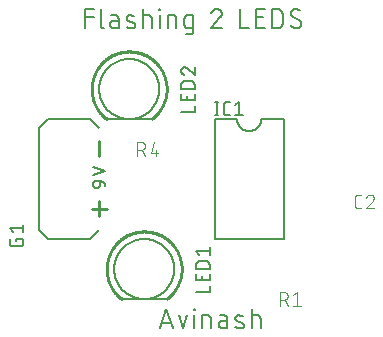
<source format=gbr>
G04 EAGLE Gerber RS-274X export*
G75*
%MOMM*%
%FSLAX34Y34*%
%LPD*%
%INSilkscreen Top*%
%IPPOS*%
%AMOC8*
5,1,8,0,0,1.08239X$1,22.5*%
G01*
%ADD10C,0.152400*%
%ADD11C,0.101600*%
%ADD12C,0.254000*%
%ADD13C,0.203200*%
%ADD14C,0.127000*%


D10*
X153162Y343662D02*
X153162Y359918D01*
X160387Y359918D01*
X160387Y352693D02*
X153162Y352693D01*
X166256Y346371D02*
X166256Y359918D01*
X166256Y346371D02*
X166258Y346270D01*
X166264Y346169D01*
X166273Y346068D01*
X166286Y345967D01*
X166303Y345867D01*
X166324Y345768D01*
X166348Y345670D01*
X166376Y345573D01*
X166408Y345476D01*
X166443Y345381D01*
X166482Y345288D01*
X166524Y345196D01*
X166570Y345105D01*
X166619Y345017D01*
X166671Y344930D01*
X166727Y344845D01*
X166785Y344762D01*
X166847Y344682D01*
X166912Y344604D01*
X166979Y344528D01*
X167049Y344455D01*
X167122Y344385D01*
X167198Y344318D01*
X167276Y344253D01*
X167356Y344191D01*
X167439Y344133D01*
X167524Y344077D01*
X167611Y344025D01*
X167699Y343976D01*
X167790Y343930D01*
X167882Y343888D01*
X167975Y343849D01*
X168070Y343814D01*
X168167Y343782D01*
X168264Y343754D01*
X168362Y343730D01*
X168461Y343709D01*
X168561Y343692D01*
X168662Y343679D01*
X168763Y343670D01*
X168864Y343664D01*
X168965Y343662D01*
X177444Y349984D02*
X181508Y349984D01*
X177444Y349984D02*
X177332Y349982D01*
X177221Y349976D01*
X177110Y349966D01*
X176999Y349953D01*
X176889Y349935D01*
X176780Y349913D01*
X176671Y349888D01*
X176563Y349859D01*
X176457Y349826D01*
X176351Y349789D01*
X176247Y349749D01*
X176145Y349705D01*
X176044Y349657D01*
X175945Y349606D01*
X175847Y349551D01*
X175752Y349493D01*
X175659Y349432D01*
X175568Y349367D01*
X175479Y349299D01*
X175393Y349228D01*
X175310Y349155D01*
X175229Y349078D01*
X175150Y348998D01*
X175075Y348916D01*
X175003Y348831D01*
X174933Y348744D01*
X174867Y348654D01*
X174804Y348562D01*
X174744Y348467D01*
X174688Y348371D01*
X174635Y348273D01*
X174586Y348173D01*
X174540Y348071D01*
X174498Y347968D01*
X174459Y347863D01*
X174424Y347757D01*
X174393Y347650D01*
X174366Y347542D01*
X174342Y347433D01*
X174323Y347323D01*
X174307Y347213D01*
X174295Y347102D01*
X174287Y346990D01*
X174283Y346879D01*
X174283Y346767D01*
X174287Y346656D01*
X174295Y346544D01*
X174307Y346433D01*
X174323Y346323D01*
X174342Y346213D01*
X174366Y346104D01*
X174393Y345996D01*
X174424Y345889D01*
X174459Y345783D01*
X174498Y345678D01*
X174540Y345575D01*
X174586Y345473D01*
X174635Y345373D01*
X174688Y345275D01*
X174744Y345179D01*
X174804Y345084D01*
X174867Y344992D01*
X174933Y344902D01*
X175003Y344815D01*
X175075Y344730D01*
X175150Y344648D01*
X175229Y344568D01*
X175310Y344491D01*
X175393Y344418D01*
X175479Y344347D01*
X175568Y344279D01*
X175659Y344214D01*
X175752Y344153D01*
X175847Y344095D01*
X175945Y344040D01*
X176044Y343989D01*
X176145Y343941D01*
X176247Y343897D01*
X176351Y343857D01*
X176457Y343820D01*
X176563Y343787D01*
X176671Y343758D01*
X176780Y343733D01*
X176889Y343711D01*
X176999Y343693D01*
X177110Y343680D01*
X177221Y343670D01*
X177332Y343664D01*
X177444Y343662D01*
X181508Y343662D01*
X181508Y351790D01*
X181507Y351790D02*
X181505Y351891D01*
X181499Y351992D01*
X181490Y352093D01*
X181477Y352194D01*
X181460Y352294D01*
X181439Y352393D01*
X181415Y352491D01*
X181387Y352588D01*
X181355Y352685D01*
X181320Y352780D01*
X181281Y352873D01*
X181239Y352965D01*
X181193Y353056D01*
X181144Y353145D01*
X181092Y353231D01*
X181036Y353316D01*
X180978Y353399D01*
X180916Y353479D01*
X180851Y353557D01*
X180784Y353633D01*
X180714Y353706D01*
X180641Y353776D01*
X180565Y353843D01*
X180487Y353908D01*
X180407Y353970D01*
X180324Y354028D01*
X180239Y354084D01*
X180153Y354136D01*
X180064Y354185D01*
X179973Y354231D01*
X179881Y354273D01*
X179788Y354312D01*
X179693Y354347D01*
X179596Y354379D01*
X179499Y354407D01*
X179401Y354431D01*
X179302Y354452D01*
X179202Y354469D01*
X179101Y354482D01*
X179000Y354491D01*
X178899Y354497D01*
X178798Y354499D01*
X175186Y354499D01*
X189779Y349984D02*
X194294Y348178D01*
X189778Y349984D02*
X189690Y350021D01*
X189604Y350062D01*
X189519Y350106D01*
X189436Y350154D01*
X189356Y350205D01*
X189277Y350259D01*
X189201Y350317D01*
X189127Y350377D01*
X189055Y350441D01*
X188987Y350507D01*
X188921Y350577D01*
X188858Y350648D01*
X188797Y350723D01*
X188740Y350799D01*
X188687Y350878D01*
X188636Y350959D01*
X188589Y351042D01*
X188545Y351127D01*
X188505Y351214D01*
X188468Y351302D01*
X188435Y351392D01*
X188405Y351483D01*
X188380Y351575D01*
X188358Y351668D01*
X188340Y351762D01*
X188325Y351856D01*
X188315Y351951D01*
X188309Y352047D01*
X188306Y352142D01*
X188307Y352238D01*
X188313Y352333D01*
X188322Y352429D01*
X188335Y352523D01*
X188351Y352617D01*
X188372Y352711D01*
X188397Y352803D01*
X188425Y352894D01*
X188457Y352984D01*
X188492Y353073D01*
X188531Y353160D01*
X188574Y353246D01*
X188620Y353330D01*
X188670Y353411D01*
X188722Y353491D01*
X188778Y353569D01*
X188838Y353644D01*
X188900Y353716D01*
X188965Y353786D01*
X189033Y353854D01*
X189103Y353918D01*
X189176Y353980D01*
X189252Y354038D01*
X189330Y354094D01*
X189410Y354146D01*
X189492Y354195D01*
X189576Y354240D01*
X189662Y354282D01*
X189749Y354321D01*
X189838Y354356D01*
X189929Y354387D01*
X190020Y354414D01*
X190113Y354438D01*
X190206Y354458D01*
X190300Y354474D01*
X190395Y354486D01*
X190490Y354495D01*
X190586Y354499D01*
X190681Y354500D01*
X190928Y354493D01*
X191174Y354481D01*
X191420Y354463D01*
X191666Y354438D01*
X191910Y354408D01*
X192154Y354372D01*
X192397Y354331D01*
X192639Y354283D01*
X192880Y354229D01*
X193119Y354170D01*
X193357Y354105D01*
X193593Y354034D01*
X193828Y353958D01*
X194061Y353876D01*
X194291Y353788D01*
X194519Y353695D01*
X194746Y353597D01*
X194295Y348177D02*
X194383Y348140D01*
X194469Y348099D01*
X194554Y348055D01*
X194637Y348007D01*
X194717Y347956D01*
X194796Y347902D01*
X194872Y347844D01*
X194946Y347784D01*
X195018Y347720D01*
X195086Y347654D01*
X195152Y347584D01*
X195215Y347513D01*
X195276Y347438D01*
X195333Y347362D01*
X195386Y347283D01*
X195437Y347202D01*
X195484Y347119D01*
X195528Y347034D01*
X195568Y346947D01*
X195605Y346859D01*
X195638Y346769D01*
X195668Y346678D01*
X195693Y346586D01*
X195715Y346493D01*
X195733Y346399D01*
X195748Y346305D01*
X195758Y346210D01*
X195764Y346114D01*
X195767Y346019D01*
X195766Y345923D01*
X195760Y345828D01*
X195751Y345732D01*
X195738Y345638D01*
X195722Y345544D01*
X195701Y345450D01*
X195676Y345358D01*
X195648Y345267D01*
X195616Y345177D01*
X195581Y345088D01*
X195542Y345001D01*
X195499Y344915D01*
X195453Y344831D01*
X195403Y344750D01*
X195351Y344670D01*
X195295Y344592D01*
X195235Y344517D01*
X195173Y344445D01*
X195108Y344375D01*
X195040Y344307D01*
X194970Y344243D01*
X194897Y344181D01*
X194821Y344123D01*
X194743Y344067D01*
X194663Y344015D01*
X194581Y343966D01*
X194497Y343921D01*
X194411Y343879D01*
X194324Y343840D01*
X194235Y343805D01*
X194144Y343774D01*
X194053Y343747D01*
X193960Y343723D01*
X193867Y343703D01*
X193773Y343687D01*
X193678Y343675D01*
X193583Y343666D01*
X193487Y343662D01*
X193392Y343661D01*
X193391Y343662D02*
X193029Y343671D01*
X192667Y343689D01*
X192306Y343716D01*
X191946Y343751D01*
X191586Y343794D01*
X191227Y343846D01*
X190870Y343907D01*
X190515Y343976D01*
X190161Y344053D01*
X189809Y344139D01*
X189459Y344233D01*
X189111Y344336D01*
X188766Y344446D01*
X188424Y344565D01*
X202492Y343662D02*
X202492Y359918D01*
X202492Y354499D02*
X207008Y354499D01*
X207112Y354497D01*
X207215Y354491D01*
X207319Y354481D01*
X207422Y354467D01*
X207524Y354449D01*
X207625Y354428D01*
X207726Y354402D01*
X207825Y354373D01*
X207924Y354340D01*
X208021Y354303D01*
X208116Y354262D01*
X208210Y354218D01*
X208302Y354170D01*
X208392Y354119D01*
X208481Y354064D01*
X208567Y354006D01*
X208650Y353944D01*
X208732Y353880D01*
X208810Y353812D01*
X208886Y353742D01*
X208960Y353669D01*
X209030Y353592D01*
X209098Y353514D01*
X209162Y353432D01*
X209224Y353349D01*
X209282Y353263D01*
X209337Y353174D01*
X209388Y353084D01*
X209436Y352992D01*
X209480Y352898D01*
X209521Y352803D01*
X209558Y352706D01*
X209591Y352607D01*
X209620Y352508D01*
X209646Y352407D01*
X209667Y352306D01*
X209685Y352204D01*
X209699Y352101D01*
X209709Y351997D01*
X209715Y351894D01*
X209717Y351790D01*
X209717Y343662D01*
X216525Y343662D02*
X216525Y354499D01*
X216074Y359015D02*
X216074Y359918D01*
X216977Y359918D01*
X216977Y359015D01*
X216074Y359015D01*
X223334Y354499D02*
X223334Y343662D01*
X223334Y354499D02*
X227849Y354499D01*
X227953Y354497D01*
X228056Y354491D01*
X228160Y354481D01*
X228263Y354467D01*
X228365Y354449D01*
X228466Y354428D01*
X228567Y354402D01*
X228666Y354373D01*
X228765Y354340D01*
X228862Y354303D01*
X228957Y354262D01*
X229051Y354218D01*
X229143Y354170D01*
X229233Y354119D01*
X229322Y354064D01*
X229408Y354006D01*
X229491Y353944D01*
X229573Y353880D01*
X229651Y353812D01*
X229727Y353742D01*
X229801Y353669D01*
X229871Y353592D01*
X229939Y353514D01*
X230003Y353432D01*
X230065Y353349D01*
X230123Y353263D01*
X230178Y353174D01*
X230229Y353084D01*
X230277Y352992D01*
X230321Y352898D01*
X230362Y352803D01*
X230399Y352706D01*
X230432Y352607D01*
X230461Y352508D01*
X230487Y352407D01*
X230508Y352306D01*
X230526Y352204D01*
X230540Y352101D01*
X230550Y351997D01*
X230556Y351894D01*
X230558Y351790D01*
X230559Y351790D02*
X230559Y343662D01*
X240038Y343662D02*
X244553Y343662D01*
X240038Y343662D02*
X239937Y343664D01*
X239836Y343670D01*
X239735Y343679D01*
X239634Y343692D01*
X239534Y343709D01*
X239435Y343730D01*
X239337Y343754D01*
X239240Y343782D01*
X239143Y343814D01*
X239048Y343849D01*
X238955Y343888D01*
X238863Y343930D01*
X238772Y343976D01*
X238684Y344025D01*
X238597Y344077D01*
X238512Y344133D01*
X238429Y344191D01*
X238349Y344253D01*
X238271Y344318D01*
X238195Y344385D01*
X238122Y344455D01*
X238052Y344528D01*
X237985Y344604D01*
X237920Y344682D01*
X237858Y344762D01*
X237800Y344845D01*
X237744Y344930D01*
X237692Y345017D01*
X237643Y345105D01*
X237597Y345196D01*
X237555Y345288D01*
X237516Y345381D01*
X237481Y345476D01*
X237449Y345573D01*
X237421Y345670D01*
X237397Y345768D01*
X237376Y345867D01*
X237359Y345967D01*
X237346Y346068D01*
X237337Y346169D01*
X237331Y346270D01*
X237329Y346371D01*
X237329Y351790D01*
X237331Y351891D01*
X237337Y351992D01*
X237346Y352093D01*
X237359Y352194D01*
X237376Y352294D01*
X237397Y352393D01*
X237421Y352491D01*
X237449Y352588D01*
X237481Y352685D01*
X237516Y352780D01*
X237555Y352873D01*
X237597Y352965D01*
X237643Y353056D01*
X237692Y353145D01*
X237744Y353231D01*
X237800Y353316D01*
X237858Y353399D01*
X237920Y353479D01*
X237985Y353557D01*
X238052Y353633D01*
X238122Y353706D01*
X238195Y353776D01*
X238271Y353843D01*
X238349Y353908D01*
X238429Y353970D01*
X238512Y354028D01*
X238597Y354084D01*
X238684Y354136D01*
X238772Y354185D01*
X238863Y354231D01*
X238955Y354273D01*
X239048Y354312D01*
X239143Y354347D01*
X239240Y354379D01*
X239337Y354407D01*
X239435Y354431D01*
X239534Y354452D01*
X239634Y354469D01*
X239735Y354482D01*
X239836Y354491D01*
X239937Y354497D01*
X240038Y354499D01*
X244553Y354499D01*
X244553Y340953D01*
X244551Y340849D01*
X244545Y340746D01*
X244535Y340642D01*
X244521Y340539D01*
X244503Y340437D01*
X244482Y340336D01*
X244456Y340235D01*
X244427Y340136D01*
X244394Y340037D01*
X244357Y339940D01*
X244316Y339845D01*
X244272Y339751D01*
X244224Y339659D01*
X244173Y339569D01*
X244118Y339480D01*
X244060Y339394D01*
X243998Y339311D01*
X243934Y339229D01*
X243866Y339151D01*
X243796Y339075D01*
X243723Y339001D01*
X243646Y338931D01*
X243568Y338863D01*
X243486Y338799D01*
X243403Y338737D01*
X243317Y338679D01*
X243228Y338624D01*
X243138Y338573D01*
X243046Y338525D01*
X242952Y338481D01*
X242857Y338440D01*
X242760Y338403D01*
X242661Y338370D01*
X242562Y338341D01*
X242461Y338315D01*
X242360Y338294D01*
X242258Y338276D01*
X242155Y338262D01*
X242051Y338252D01*
X241948Y338246D01*
X241844Y338244D01*
X241844Y338243D02*
X238232Y338243D01*
X264913Y359918D02*
X265038Y359916D01*
X265163Y359910D01*
X265288Y359901D01*
X265412Y359887D01*
X265536Y359870D01*
X265660Y359849D01*
X265782Y359824D01*
X265904Y359795D01*
X266025Y359763D01*
X266145Y359727D01*
X266264Y359687D01*
X266381Y359644D01*
X266497Y359597D01*
X266612Y359546D01*
X266724Y359492D01*
X266836Y359434D01*
X266945Y359374D01*
X267052Y359309D01*
X267158Y359242D01*
X267261Y359171D01*
X267362Y359097D01*
X267461Y359020D01*
X267557Y358940D01*
X267651Y358857D01*
X267742Y358772D01*
X267831Y358683D01*
X267916Y358592D01*
X267999Y358498D01*
X268079Y358402D01*
X268156Y358303D01*
X268230Y358202D01*
X268301Y358099D01*
X268368Y357993D01*
X268433Y357886D01*
X268493Y357777D01*
X268551Y357665D01*
X268605Y357553D01*
X268656Y357438D01*
X268703Y357322D01*
X268746Y357205D01*
X268786Y357086D01*
X268822Y356966D01*
X268854Y356845D01*
X268883Y356723D01*
X268908Y356601D01*
X268929Y356477D01*
X268946Y356353D01*
X268960Y356229D01*
X268969Y356104D01*
X268975Y355979D01*
X268977Y355854D01*
X264913Y359918D02*
X264770Y359916D01*
X264628Y359910D01*
X264485Y359900D01*
X264343Y359887D01*
X264202Y359869D01*
X264060Y359848D01*
X263920Y359823D01*
X263780Y359794D01*
X263641Y359761D01*
X263503Y359724D01*
X263366Y359684D01*
X263231Y359640D01*
X263096Y359592D01*
X262963Y359540D01*
X262831Y359485D01*
X262701Y359426D01*
X262573Y359364D01*
X262446Y359298D01*
X262321Y359229D01*
X262198Y359157D01*
X262078Y359081D01*
X261959Y359002D01*
X261842Y358919D01*
X261728Y358834D01*
X261616Y358745D01*
X261507Y358654D01*
X261400Y358559D01*
X261295Y358462D01*
X261194Y358361D01*
X261095Y358258D01*
X260999Y358153D01*
X260906Y358044D01*
X260816Y357933D01*
X260729Y357820D01*
X260645Y357705D01*
X260565Y357587D01*
X260487Y357467D01*
X260413Y357345D01*
X260343Y357221D01*
X260275Y357095D01*
X260212Y356967D01*
X260151Y356838D01*
X260094Y356707D01*
X260041Y356575D01*
X259992Y356441D01*
X259946Y356306D01*
X267621Y352693D02*
X267715Y352785D01*
X267805Y352879D01*
X267893Y352976D01*
X267978Y353076D01*
X268060Y353178D01*
X268139Y353283D01*
X268214Y353390D01*
X268286Y353499D01*
X268355Y353610D01*
X268421Y353724D01*
X268483Y353839D01*
X268542Y353956D01*
X268597Y354075D01*
X268648Y354195D01*
X268696Y354317D01*
X268741Y354440D01*
X268781Y354564D01*
X268818Y354690D01*
X268851Y354817D01*
X268880Y354944D01*
X268906Y355073D01*
X268927Y355202D01*
X268945Y355332D01*
X268958Y355462D01*
X268968Y355592D01*
X268974Y355723D01*
X268976Y355854D01*
X267622Y352693D02*
X259945Y343662D01*
X268977Y343662D01*
X284464Y343662D02*
X284464Y359918D01*
X284464Y343662D02*
X291689Y343662D01*
X298011Y343662D02*
X305236Y343662D01*
X298011Y343662D02*
X298011Y359918D01*
X305236Y359918D01*
X303430Y352693D02*
X298011Y352693D01*
X311529Y359918D02*
X311529Y343662D01*
X311529Y359918D02*
X316044Y359918D01*
X316175Y359916D01*
X316307Y359910D01*
X316438Y359901D01*
X316568Y359887D01*
X316699Y359870D01*
X316828Y359849D01*
X316957Y359825D01*
X317085Y359796D01*
X317213Y359764D01*
X317339Y359728D01*
X317464Y359689D01*
X317589Y359646D01*
X317711Y359599D01*
X317833Y359549D01*
X317953Y359495D01*
X318071Y359438D01*
X318187Y359377D01*
X318302Y359313D01*
X318415Y359246D01*
X318526Y359175D01*
X318634Y359101D01*
X318741Y359024D01*
X318845Y358944D01*
X318947Y358861D01*
X319046Y358776D01*
X319143Y358687D01*
X319237Y358595D01*
X319329Y358501D01*
X319418Y358404D01*
X319503Y358305D01*
X319586Y358203D01*
X319666Y358099D01*
X319743Y357992D01*
X319817Y357884D01*
X319888Y357773D01*
X319955Y357660D01*
X320019Y357545D01*
X320080Y357429D01*
X320137Y357311D01*
X320191Y357191D01*
X320241Y357069D01*
X320288Y356947D01*
X320331Y356822D01*
X320370Y356697D01*
X320406Y356571D01*
X320438Y356443D01*
X320467Y356315D01*
X320491Y356186D01*
X320512Y356057D01*
X320529Y355926D01*
X320543Y355796D01*
X320552Y355665D01*
X320558Y355533D01*
X320560Y355402D01*
X320560Y348178D01*
X320558Y348047D01*
X320552Y347915D01*
X320543Y347784D01*
X320529Y347654D01*
X320512Y347523D01*
X320491Y347394D01*
X320467Y347265D01*
X320438Y347137D01*
X320406Y347009D01*
X320370Y346883D01*
X320331Y346758D01*
X320288Y346633D01*
X320241Y346511D01*
X320191Y346389D01*
X320137Y346269D01*
X320080Y346151D01*
X320019Y346035D01*
X319955Y345920D01*
X319888Y345807D01*
X319817Y345696D01*
X319743Y345588D01*
X319666Y345481D01*
X319586Y345377D01*
X319503Y345275D01*
X319418Y345176D01*
X319329Y345079D01*
X319237Y344985D01*
X319143Y344893D01*
X319046Y344804D01*
X318947Y344719D01*
X318845Y344636D01*
X318741Y344556D01*
X318634Y344479D01*
X318526Y344405D01*
X318415Y344334D01*
X318302Y344267D01*
X318187Y344203D01*
X318071Y344142D01*
X317953Y344085D01*
X317833Y344031D01*
X317711Y343981D01*
X317589Y343934D01*
X317464Y343891D01*
X317339Y343852D01*
X317213Y343816D01*
X317085Y343784D01*
X316957Y343755D01*
X316828Y343731D01*
X316698Y343710D01*
X316568Y343693D01*
X316438Y343679D01*
X316307Y343670D01*
X316175Y343664D01*
X316044Y343662D01*
X311529Y343662D01*
X332578Y343662D02*
X332696Y343664D01*
X332814Y343670D01*
X332932Y343679D01*
X333049Y343693D01*
X333166Y343710D01*
X333283Y343731D01*
X333398Y343756D01*
X333513Y343785D01*
X333627Y343818D01*
X333739Y343854D01*
X333850Y343894D01*
X333960Y343937D01*
X334069Y343984D01*
X334176Y344034D01*
X334281Y344089D01*
X334384Y344146D01*
X334485Y344207D01*
X334585Y344271D01*
X334682Y344338D01*
X334777Y344408D01*
X334869Y344482D01*
X334960Y344558D01*
X335047Y344638D01*
X335132Y344720D01*
X335214Y344805D01*
X335294Y344892D01*
X335370Y344983D01*
X335444Y345075D01*
X335514Y345170D01*
X335581Y345267D01*
X335645Y345367D01*
X335706Y345468D01*
X335763Y345571D01*
X335818Y345676D01*
X335868Y345783D01*
X335915Y345892D01*
X335958Y346002D01*
X335998Y346113D01*
X336034Y346225D01*
X336067Y346339D01*
X336096Y346454D01*
X336121Y346569D01*
X336142Y346686D01*
X336159Y346803D01*
X336173Y346920D01*
X336182Y347038D01*
X336188Y347156D01*
X336190Y347274D01*
X332578Y343662D02*
X332395Y343664D01*
X332213Y343671D01*
X332031Y343682D01*
X331849Y343697D01*
X331667Y343717D01*
X331486Y343740D01*
X331306Y343769D01*
X331126Y343801D01*
X330947Y343838D01*
X330770Y343879D01*
X330593Y343925D01*
X330417Y343974D01*
X330243Y344028D01*
X330069Y344086D01*
X329898Y344148D01*
X329728Y344214D01*
X329559Y344285D01*
X329392Y344359D01*
X329227Y344437D01*
X329064Y344519D01*
X328903Y344605D01*
X328744Y344695D01*
X328587Y344789D01*
X328433Y344886D01*
X328281Y344987D01*
X328131Y345092D01*
X327984Y345200D01*
X327840Y345311D01*
X327698Y345426D01*
X327559Y345545D01*
X327423Y345667D01*
X327290Y345792D01*
X327160Y345920D01*
X327612Y356306D02*
X327614Y356424D01*
X327620Y356542D01*
X327629Y356660D01*
X327643Y356777D01*
X327660Y356894D01*
X327681Y357011D01*
X327706Y357126D01*
X327735Y357241D01*
X327768Y357355D01*
X327804Y357467D01*
X327844Y357578D01*
X327887Y357688D01*
X327934Y357797D01*
X327984Y357904D01*
X328039Y358009D01*
X328096Y358112D01*
X328157Y358213D01*
X328221Y358313D01*
X328288Y358410D01*
X328358Y358505D01*
X328432Y358597D01*
X328508Y358688D01*
X328588Y358775D01*
X328670Y358860D01*
X328755Y358942D01*
X328842Y359022D01*
X328933Y359098D01*
X329025Y359172D01*
X329120Y359242D01*
X329217Y359309D01*
X329317Y359373D01*
X329418Y359434D01*
X329521Y359492D01*
X329626Y359546D01*
X329733Y359596D01*
X329842Y359643D01*
X329952Y359687D01*
X330063Y359726D01*
X330176Y359762D01*
X330289Y359795D01*
X330404Y359824D01*
X330519Y359849D01*
X330636Y359870D01*
X330753Y359887D01*
X330870Y359901D01*
X330988Y359910D01*
X331106Y359916D01*
X331224Y359918D01*
X331385Y359916D01*
X331547Y359910D01*
X331708Y359901D01*
X331869Y359887D01*
X332029Y359870D01*
X332189Y359849D01*
X332349Y359824D01*
X332508Y359795D01*
X332666Y359763D01*
X332823Y359727D01*
X332979Y359687D01*
X333135Y359643D01*
X333289Y359595D01*
X333442Y359544D01*
X333594Y359490D01*
X333745Y359431D01*
X333894Y359370D01*
X334041Y359304D01*
X334187Y359235D01*
X334332Y359163D01*
X334474Y359087D01*
X334615Y359008D01*
X334754Y358926D01*
X334890Y358840D01*
X335025Y358751D01*
X335158Y358659D01*
X335288Y358563D01*
X329417Y353145D02*
X329316Y353207D01*
X329216Y353272D01*
X329119Y353341D01*
X329024Y353413D01*
X328931Y353487D01*
X328841Y353565D01*
X328753Y353646D01*
X328668Y353729D01*
X328586Y353815D01*
X328507Y353904D01*
X328430Y353995D01*
X328357Y354089D01*
X328286Y354185D01*
X328219Y354283D01*
X328155Y354383D01*
X328094Y354486D01*
X328037Y354590D01*
X327983Y354696D01*
X327933Y354804D01*
X327886Y354913D01*
X327842Y355024D01*
X327802Y355136D01*
X327766Y355250D01*
X327734Y355364D01*
X327705Y355480D01*
X327680Y355596D01*
X327659Y355713D01*
X327642Y355831D01*
X327628Y355949D01*
X327619Y356068D01*
X327613Y356187D01*
X327611Y356306D01*
X334385Y350435D02*
X334486Y350373D01*
X334586Y350308D01*
X334683Y350239D01*
X334778Y350167D01*
X334871Y350093D01*
X334961Y350015D01*
X335049Y349934D01*
X335134Y349851D01*
X335216Y349765D01*
X335295Y349676D01*
X335372Y349585D01*
X335445Y349491D01*
X335516Y349395D01*
X335583Y349297D01*
X335647Y349197D01*
X335708Y349094D01*
X335765Y348990D01*
X335819Y348884D01*
X335869Y348776D01*
X335916Y348667D01*
X335960Y348556D01*
X336000Y348444D01*
X336036Y348330D01*
X336068Y348216D01*
X336097Y348100D01*
X336122Y347984D01*
X336143Y347867D01*
X336160Y347749D01*
X336174Y347631D01*
X336183Y347512D01*
X336189Y347393D01*
X336191Y347274D01*
X334385Y350435D02*
X329418Y353145D01*
X222081Y105918D02*
X216662Y89662D01*
X227499Y89662D02*
X222081Y105918D01*
X226145Y93726D02*
X218017Y93726D01*
X232536Y100499D02*
X236149Y89662D01*
X239761Y100499D01*
X245527Y100499D02*
X245527Y89662D01*
X245076Y105015D02*
X245076Y105918D01*
X245979Y105918D01*
X245979Y105015D01*
X245076Y105015D01*
X252336Y100499D02*
X252336Y89662D01*
X252336Y100499D02*
X256851Y100499D01*
X256955Y100497D01*
X257058Y100491D01*
X257162Y100481D01*
X257265Y100467D01*
X257367Y100449D01*
X257468Y100428D01*
X257569Y100402D01*
X257668Y100373D01*
X257767Y100340D01*
X257864Y100303D01*
X257959Y100262D01*
X258053Y100218D01*
X258145Y100170D01*
X258235Y100119D01*
X258324Y100064D01*
X258410Y100006D01*
X258493Y99944D01*
X258575Y99880D01*
X258653Y99812D01*
X258729Y99742D01*
X258803Y99669D01*
X258873Y99592D01*
X258941Y99514D01*
X259005Y99432D01*
X259067Y99349D01*
X259125Y99263D01*
X259180Y99174D01*
X259231Y99084D01*
X259279Y98992D01*
X259323Y98898D01*
X259364Y98803D01*
X259401Y98706D01*
X259434Y98607D01*
X259463Y98508D01*
X259489Y98407D01*
X259510Y98306D01*
X259528Y98204D01*
X259542Y98101D01*
X259552Y97997D01*
X259558Y97894D01*
X259560Y97790D01*
X259561Y97790D02*
X259561Y89662D01*
X269492Y95984D02*
X273556Y95984D01*
X269492Y95984D02*
X269380Y95982D01*
X269269Y95976D01*
X269158Y95966D01*
X269047Y95953D01*
X268937Y95935D01*
X268828Y95913D01*
X268719Y95888D01*
X268611Y95859D01*
X268505Y95826D01*
X268399Y95789D01*
X268295Y95749D01*
X268193Y95705D01*
X268092Y95657D01*
X267993Y95606D01*
X267895Y95551D01*
X267800Y95493D01*
X267707Y95432D01*
X267616Y95367D01*
X267527Y95299D01*
X267441Y95228D01*
X267358Y95155D01*
X267277Y95078D01*
X267198Y94998D01*
X267123Y94916D01*
X267051Y94831D01*
X266981Y94744D01*
X266915Y94654D01*
X266852Y94562D01*
X266792Y94467D01*
X266736Y94371D01*
X266683Y94273D01*
X266634Y94173D01*
X266588Y94071D01*
X266546Y93968D01*
X266507Y93863D01*
X266472Y93757D01*
X266441Y93650D01*
X266414Y93542D01*
X266390Y93433D01*
X266371Y93323D01*
X266355Y93213D01*
X266343Y93102D01*
X266335Y92990D01*
X266331Y92879D01*
X266331Y92767D01*
X266335Y92656D01*
X266343Y92544D01*
X266355Y92433D01*
X266371Y92323D01*
X266390Y92213D01*
X266414Y92104D01*
X266441Y91996D01*
X266472Y91889D01*
X266507Y91783D01*
X266546Y91678D01*
X266588Y91575D01*
X266634Y91473D01*
X266683Y91373D01*
X266736Y91275D01*
X266792Y91179D01*
X266852Y91084D01*
X266915Y90992D01*
X266981Y90902D01*
X267051Y90815D01*
X267123Y90730D01*
X267198Y90648D01*
X267277Y90568D01*
X267358Y90491D01*
X267441Y90418D01*
X267527Y90347D01*
X267616Y90279D01*
X267707Y90214D01*
X267800Y90153D01*
X267895Y90095D01*
X267993Y90040D01*
X268092Y89989D01*
X268193Y89941D01*
X268295Y89897D01*
X268399Y89857D01*
X268505Y89820D01*
X268611Y89787D01*
X268719Y89758D01*
X268828Y89733D01*
X268937Y89711D01*
X269047Y89693D01*
X269158Y89680D01*
X269269Y89670D01*
X269380Y89664D01*
X269492Y89662D01*
X273556Y89662D01*
X273556Y97790D01*
X273555Y97790D02*
X273553Y97891D01*
X273547Y97992D01*
X273538Y98093D01*
X273525Y98194D01*
X273508Y98294D01*
X273487Y98393D01*
X273463Y98491D01*
X273435Y98588D01*
X273403Y98685D01*
X273368Y98780D01*
X273329Y98873D01*
X273287Y98965D01*
X273241Y99056D01*
X273192Y99145D01*
X273140Y99231D01*
X273084Y99316D01*
X273026Y99399D01*
X272964Y99479D01*
X272899Y99557D01*
X272832Y99633D01*
X272762Y99706D01*
X272689Y99776D01*
X272613Y99843D01*
X272535Y99908D01*
X272455Y99970D01*
X272372Y100028D01*
X272287Y100084D01*
X272201Y100136D01*
X272112Y100185D01*
X272021Y100231D01*
X271929Y100273D01*
X271836Y100312D01*
X271741Y100347D01*
X271644Y100379D01*
X271547Y100407D01*
X271449Y100431D01*
X271350Y100452D01*
X271250Y100469D01*
X271149Y100482D01*
X271048Y100491D01*
X270947Y100497D01*
X270846Y100499D01*
X267234Y100499D01*
X281827Y95984D02*
X286342Y94178D01*
X281826Y95984D02*
X281738Y96021D01*
X281652Y96062D01*
X281567Y96106D01*
X281484Y96154D01*
X281404Y96205D01*
X281325Y96259D01*
X281249Y96317D01*
X281175Y96377D01*
X281103Y96441D01*
X281035Y96507D01*
X280969Y96577D01*
X280906Y96648D01*
X280845Y96723D01*
X280788Y96799D01*
X280735Y96878D01*
X280684Y96959D01*
X280637Y97042D01*
X280593Y97127D01*
X280553Y97214D01*
X280516Y97302D01*
X280483Y97392D01*
X280453Y97483D01*
X280428Y97575D01*
X280406Y97668D01*
X280388Y97762D01*
X280373Y97856D01*
X280363Y97951D01*
X280357Y98047D01*
X280354Y98142D01*
X280355Y98238D01*
X280361Y98333D01*
X280370Y98429D01*
X280383Y98523D01*
X280399Y98617D01*
X280420Y98711D01*
X280445Y98803D01*
X280473Y98894D01*
X280505Y98984D01*
X280540Y99073D01*
X280579Y99160D01*
X280622Y99246D01*
X280668Y99330D01*
X280718Y99411D01*
X280770Y99491D01*
X280826Y99569D01*
X280886Y99644D01*
X280948Y99716D01*
X281013Y99786D01*
X281081Y99854D01*
X281151Y99918D01*
X281224Y99980D01*
X281300Y100038D01*
X281378Y100094D01*
X281458Y100146D01*
X281540Y100195D01*
X281624Y100240D01*
X281710Y100282D01*
X281797Y100321D01*
X281886Y100356D01*
X281977Y100387D01*
X282068Y100414D01*
X282161Y100438D01*
X282254Y100458D01*
X282348Y100474D01*
X282443Y100486D01*
X282538Y100495D01*
X282634Y100499D01*
X282729Y100500D01*
X282976Y100493D01*
X283222Y100481D01*
X283468Y100463D01*
X283714Y100438D01*
X283958Y100408D01*
X284202Y100372D01*
X284445Y100331D01*
X284687Y100283D01*
X284928Y100229D01*
X285167Y100170D01*
X285405Y100105D01*
X285641Y100034D01*
X285876Y99958D01*
X286109Y99876D01*
X286339Y99788D01*
X286567Y99695D01*
X286794Y99597D01*
X286343Y94177D02*
X286431Y94140D01*
X286517Y94099D01*
X286602Y94055D01*
X286685Y94007D01*
X286765Y93956D01*
X286844Y93902D01*
X286920Y93844D01*
X286994Y93784D01*
X287066Y93720D01*
X287134Y93654D01*
X287200Y93584D01*
X287263Y93513D01*
X287324Y93438D01*
X287381Y93362D01*
X287434Y93283D01*
X287485Y93202D01*
X287532Y93119D01*
X287576Y93034D01*
X287616Y92947D01*
X287653Y92859D01*
X287686Y92769D01*
X287716Y92678D01*
X287741Y92586D01*
X287763Y92493D01*
X287781Y92399D01*
X287796Y92305D01*
X287806Y92210D01*
X287812Y92114D01*
X287815Y92019D01*
X287814Y91923D01*
X287808Y91828D01*
X287799Y91732D01*
X287786Y91638D01*
X287770Y91544D01*
X287749Y91450D01*
X287724Y91358D01*
X287696Y91267D01*
X287664Y91177D01*
X287629Y91088D01*
X287590Y91001D01*
X287547Y90915D01*
X287501Y90831D01*
X287451Y90750D01*
X287399Y90670D01*
X287343Y90592D01*
X287283Y90517D01*
X287221Y90445D01*
X287156Y90375D01*
X287088Y90307D01*
X287018Y90243D01*
X286945Y90181D01*
X286869Y90123D01*
X286791Y90067D01*
X286711Y90015D01*
X286629Y89966D01*
X286545Y89921D01*
X286459Y89879D01*
X286372Y89840D01*
X286283Y89805D01*
X286192Y89774D01*
X286101Y89747D01*
X286008Y89723D01*
X285915Y89703D01*
X285821Y89687D01*
X285726Y89675D01*
X285631Y89666D01*
X285535Y89662D01*
X285440Y89661D01*
X285439Y89662D02*
X285077Y89671D01*
X284715Y89689D01*
X284354Y89716D01*
X283994Y89751D01*
X283634Y89794D01*
X283275Y89846D01*
X282918Y89907D01*
X282563Y89976D01*
X282209Y90053D01*
X281857Y90139D01*
X281507Y90233D01*
X281159Y90336D01*
X280814Y90446D01*
X280472Y90565D01*
X294540Y89662D02*
X294540Y105918D01*
X294540Y100499D02*
X299056Y100499D01*
X299160Y100497D01*
X299263Y100491D01*
X299367Y100481D01*
X299470Y100467D01*
X299572Y100449D01*
X299673Y100428D01*
X299774Y100402D01*
X299873Y100373D01*
X299972Y100340D01*
X300069Y100303D01*
X300164Y100262D01*
X300258Y100218D01*
X300350Y100170D01*
X300440Y100119D01*
X300529Y100064D01*
X300615Y100006D01*
X300698Y99944D01*
X300780Y99880D01*
X300858Y99812D01*
X300934Y99742D01*
X301008Y99669D01*
X301078Y99592D01*
X301146Y99514D01*
X301210Y99432D01*
X301272Y99349D01*
X301330Y99263D01*
X301385Y99174D01*
X301436Y99084D01*
X301484Y98992D01*
X301528Y98898D01*
X301569Y98803D01*
X301606Y98706D01*
X301639Y98607D01*
X301668Y98508D01*
X301694Y98407D01*
X301715Y98306D01*
X301733Y98204D01*
X301747Y98101D01*
X301757Y97997D01*
X301763Y97894D01*
X301765Y97790D01*
X301765Y89662D01*
D11*
X384104Y191008D02*
X386701Y191008D01*
X384104Y191008D02*
X384005Y191010D01*
X383905Y191016D01*
X383806Y191025D01*
X383708Y191038D01*
X383610Y191055D01*
X383512Y191076D01*
X383416Y191101D01*
X383321Y191129D01*
X383227Y191161D01*
X383134Y191196D01*
X383042Y191235D01*
X382952Y191278D01*
X382864Y191323D01*
X382777Y191373D01*
X382693Y191425D01*
X382610Y191481D01*
X382530Y191539D01*
X382452Y191601D01*
X382377Y191666D01*
X382304Y191734D01*
X382234Y191804D01*
X382166Y191877D01*
X382101Y191952D01*
X382039Y192030D01*
X381981Y192110D01*
X381925Y192193D01*
X381873Y192277D01*
X381823Y192364D01*
X381778Y192452D01*
X381735Y192542D01*
X381696Y192634D01*
X381661Y192727D01*
X381629Y192821D01*
X381601Y192916D01*
X381576Y193012D01*
X381555Y193110D01*
X381538Y193208D01*
X381525Y193306D01*
X381516Y193405D01*
X381510Y193505D01*
X381508Y193604D01*
X381508Y200096D01*
X381510Y200195D01*
X381516Y200295D01*
X381525Y200394D01*
X381538Y200492D01*
X381555Y200590D01*
X381576Y200688D01*
X381601Y200784D01*
X381629Y200879D01*
X381661Y200973D01*
X381696Y201066D01*
X381735Y201158D01*
X381778Y201248D01*
X381823Y201336D01*
X381873Y201423D01*
X381925Y201507D01*
X381981Y201590D01*
X382039Y201670D01*
X382101Y201748D01*
X382166Y201823D01*
X382234Y201896D01*
X382304Y201966D01*
X382377Y202034D01*
X382452Y202099D01*
X382530Y202161D01*
X382610Y202219D01*
X382693Y202275D01*
X382777Y202327D01*
X382864Y202377D01*
X382952Y202422D01*
X383042Y202465D01*
X383134Y202504D01*
X383226Y202539D01*
X383321Y202571D01*
X383416Y202599D01*
X383512Y202624D01*
X383610Y202645D01*
X383708Y202662D01*
X383806Y202675D01*
X383905Y202684D01*
X384005Y202690D01*
X384104Y202692D01*
X386701Y202692D01*
X394636Y202692D02*
X394743Y202690D01*
X394849Y202684D01*
X394955Y202674D01*
X395061Y202661D01*
X395167Y202643D01*
X395271Y202622D01*
X395375Y202597D01*
X395478Y202568D01*
X395579Y202536D01*
X395679Y202499D01*
X395778Y202459D01*
X395876Y202416D01*
X395972Y202369D01*
X396066Y202318D01*
X396158Y202264D01*
X396248Y202207D01*
X396336Y202147D01*
X396421Y202083D01*
X396504Y202016D01*
X396585Y201946D01*
X396663Y201874D01*
X396739Y201798D01*
X396811Y201720D01*
X396881Y201639D01*
X396948Y201556D01*
X397012Y201471D01*
X397072Y201383D01*
X397129Y201293D01*
X397183Y201201D01*
X397234Y201107D01*
X397281Y201011D01*
X397324Y200913D01*
X397364Y200814D01*
X397401Y200714D01*
X397433Y200613D01*
X397462Y200510D01*
X397487Y200406D01*
X397508Y200302D01*
X397526Y200196D01*
X397539Y200090D01*
X397549Y199984D01*
X397555Y199878D01*
X397557Y199771D01*
X394636Y202692D02*
X394515Y202690D01*
X394394Y202684D01*
X394274Y202674D01*
X394153Y202661D01*
X394034Y202643D01*
X393914Y202622D01*
X393796Y202597D01*
X393679Y202568D01*
X393562Y202535D01*
X393447Y202499D01*
X393333Y202458D01*
X393220Y202415D01*
X393108Y202367D01*
X392999Y202316D01*
X392891Y202261D01*
X392784Y202203D01*
X392680Y202142D01*
X392578Y202077D01*
X392478Y202009D01*
X392380Y201938D01*
X392284Y201864D01*
X392191Y201787D01*
X392101Y201706D01*
X392013Y201623D01*
X391928Y201537D01*
X391845Y201448D01*
X391766Y201357D01*
X391689Y201263D01*
X391616Y201167D01*
X391546Y201069D01*
X391479Y200968D01*
X391415Y200865D01*
X391355Y200760D01*
X391298Y200653D01*
X391244Y200545D01*
X391194Y200435D01*
X391148Y200323D01*
X391105Y200210D01*
X391066Y200095D01*
X396584Y197499D02*
X396663Y197576D01*
X396739Y197657D01*
X396812Y197740D01*
X396882Y197825D01*
X396949Y197913D01*
X397013Y198003D01*
X397073Y198095D01*
X397130Y198190D01*
X397184Y198286D01*
X397235Y198384D01*
X397282Y198484D01*
X397326Y198586D01*
X397366Y198689D01*
X397402Y198793D01*
X397434Y198899D01*
X397463Y199005D01*
X397488Y199113D01*
X397510Y199221D01*
X397527Y199331D01*
X397541Y199440D01*
X397550Y199550D01*
X397556Y199661D01*
X397558Y199771D01*
X396584Y197499D02*
X391066Y191008D01*
X397557Y191008D01*
D12*
X165100Y234950D02*
X165100Y247650D01*
X165100Y196850D02*
X165100Y184150D01*
X158750Y190500D02*
X171450Y190500D01*
D10*
X165100Y172720D02*
X157480Y165100D01*
X121920Y165100D01*
X114300Y172720D01*
X114300Y259080D01*
X121920Y266700D01*
X157480Y266700D01*
X165100Y259080D01*
D13*
X165693Y214291D02*
X165693Y210735D01*
X165691Y210640D01*
X165685Y210544D01*
X165676Y210449D01*
X165662Y210355D01*
X165645Y210261D01*
X165624Y210168D01*
X165599Y210075D01*
X165571Y209984D01*
X165539Y209894D01*
X165503Y209806D01*
X165464Y209719D01*
X165421Y209633D01*
X165375Y209549D01*
X165326Y209468D01*
X165273Y209388D01*
X165217Y209311D01*
X165159Y209235D01*
X165097Y209163D01*
X165032Y209093D01*
X164964Y209025D01*
X164894Y208960D01*
X164822Y208898D01*
X164746Y208840D01*
X164669Y208784D01*
X164589Y208731D01*
X164507Y208682D01*
X164424Y208636D01*
X164338Y208593D01*
X164251Y208554D01*
X164163Y208518D01*
X164073Y208486D01*
X163982Y208458D01*
X163889Y208433D01*
X163796Y208412D01*
X163702Y208395D01*
X163608Y208381D01*
X163513Y208372D01*
X163417Y208366D01*
X163322Y208364D01*
X163322Y208365D02*
X162729Y208365D01*
X162622Y208367D01*
X162515Y208373D01*
X162409Y208382D01*
X162303Y208396D01*
X162197Y208413D01*
X162092Y208434D01*
X161988Y208459D01*
X161885Y208488D01*
X161783Y208520D01*
X161682Y208556D01*
X161583Y208596D01*
X161485Y208639D01*
X161389Y208686D01*
X161294Y208736D01*
X161201Y208789D01*
X161111Y208846D01*
X161022Y208906D01*
X160936Y208969D01*
X160852Y209035D01*
X160770Y209105D01*
X160691Y209177D01*
X160615Y209252D01*
X160541Y209330D01*
X160471Y209410D01*
X160403Y209493D01*
X160338Y209578D01*
X160277Y209665D01*
X160218Y209755D01*
X160163Y209847D01*
X160111Y209940D01*
X160063Y210036D01*
X160018Y210133D01*
X159976Y210231D01*
X159939Y210331D01*
X159904Y210433D01*
X159874Y210535D01*
X159847Y210639D01*
X159824Y210743D01*
X159805Y210849D01*
X159790Y210955D01*
X159778Y211061D01*
X159770Y211168D01*
X159766Y211275D01*
X159766Y211381D01*
X159770Y211488D01*
X159778Y211595D01*
X159790Y211701D01*
X159805Y211807D01*
X159824Y211913D01*
X159847Y212017D01*
X159874Y212121D01*
X159904Y212223D01*
X159939Y212325D01*
X159976Y212425D01*
X160018Y212523D01*
X160063Y212620D01*
X160111Y212716D01*
X160163Y212810D01*
X160218Y212901D01*
X160277Y212991D01*
X160338Y213078D01*
X160403Y213163D01*
X160471Y213246D01*
X160541Y213326D01*
X160615Y213404D01*
X160691Y213479D01*
X160770Y213551D01*
X160852Y213621D01*
X160936Y213687D01*
X161022Y213750D01*
X161111Y213810D01*
X161201Y213867D01*
X161294Y213920D01*
X161389Y213970D01*
X161485Y214017D01*
X161583Y214060D01*
X161682Y214100D01*
X161783Y214136D01*
X161885Y214168D01*
X161988Y214197D01*
X162092Y214222D01*
X162197Y214243D01*
X162303Y214260D01*
X162409Y214274D01*
X162515Y214283D01*
X162622Y214289D01*
X162729Y214291D01*
X165693Y214291D01*
X165828Y214289D01*
X165964Y214283D01*
X166099Y214274D01*
X166233Y214260D01*
X166368Y214243D01*
X166501Y214222D01*
X166635Y214197D01*
X166767Y214168D01*
X166898Y214135D01*
X167029Y214099D01*
X167158Y214059D01*
X167286Y214015D01*
X167413Y213968D01*
X167539Y213917D01*
X167662Y213863D01*
X167785Y213805D01*
X167905Y213743D01*
X168024Y213678D01*
X168141Y213610D01*
X168256Y213538D01*
X168369Y213464D01*
X168480Y213386D01*
X168588Y213304D01*
X168694Y213220D01*
X168798Y213133D01*
X168899Y213043D01*
X168997Y212950D01*
X169093Y212854D01*
X169186Y212756D01*
X169276Y212655D01*
X169363Y212551D01*
X169447Y212445D01*
X169529Y212337D01*
X169607Y212226D01*
X169681Y212113D01*
X169753Y211998D01*
X169821Y211881D01*
X169886Y211762D01*
X169948Y211642D01*
X170006Y211519D01*
X170060Y211396D01*
X170111Y211270D01*
X170158Y211143D01*
X170202Y211015D01*
X170242Y210886D01*
X170278Y210755D01*
X170311Y210624D01*
X170340Y210492D01*
X170365Y210358D01*
X170386Y210225D01*
X170403Y210090D01*
X170417Y209956D01*
X170426Y209821D01*
X170432Y209685D01*
X170434Y209550D01*
X170434Y222758D02*
X159766Y219202D01*
X159766Y226314D02*
X170434Y222758D01*
D14*
X94615Y165354D02*
X94615Y163449D01*
X94615Y165354D02*
X100965Y165354D01*
X100965Y161544D01*
X100963Y161444D01*
X100957Y161345D01*
X100947Y161245D01*
X100934Y161147D01*
X100916Y161048D01*
X100895Y160951D01*
X100870Y160855D01*
X100841Y160759D01*
X100808Y160665D01*
X100772Y160572D01*
X100732Y160481D01*
X100688Y160391D01*
X100641Y160303D01*
X100591Y160217D01*
X100537Y160133D01*
X100480Y160051D01*
X100420Y159972D01*
X100356Y159894D01*
X100290Y159820D01*
X100221Y159748D01*
X100149Y159679D01*
X100075Y159613D01*
X99997Y159549D01*
X99918Y159489D01*
X99836Y159432D01*
X99752Y159378D01*
X99666Y159328D01*
X99578Y159281D01*
X99488Y159237D01*
X99397Y159197D01*
X99304Y159161D01*
X99210Y159128D01*
X99114Y159099D01*
X99018Y159074D01*
X98921Y159053D01*
X98822Y159035D01*
X98724Y159022D01*
X98624Y159012D01*
X98525Y159006D01*
X98425Y159004D01*
X92075Y159004D01*
X91975Y159006D01*
X91876Y159012D01*
X91776Y159022D01*
X91678Y159035D01*
X91579Y159053D01*
X91482Y159074D01*
X91386Y159099D01*
X91290Y159128D01*
X91196Y159161D01*
X91103Y159197D01*
X91012Y159237D01*
X90922Y159281D01*
X90834Y159328D01*
X90748Y159378D01*
X90664Y159432D01*
X90582Y159489D01*
X90503Y159549D01*
X90425Y159613D01*
X90351Y159679D01*
X90279Y159748D01*
X90210Y159820D01*
X90144Y159894D01*
X90080Y159972D01*
X90020Y160051D01*
X89963Y160133D01*
X89909Y160217D01*
X89859Y160303D01*
X89812Y160391D01*
X89768Y160481D01*
X89728Y160572D01*
X89692Y160665D01*
X89659Y160759D01*
X89630Y160855D01*
X89605Y160951D01*
X89584Y161048D01*
X89566Y161147D01*
X89553Y161245D01*
X89543Y161345D01*
X89537Y161444D01*
X89535Y161544D01*
X89535Y165354D01*
X92075Y170815D02*
X89535Y173990D01*
X100965Y173990D01*
X100965Y170815D02*
X100965Y177165D01*
D10*
X321310Y165100D02*
X321310Y266700D01*
X262890Y266700D02*
X262890Y165100D01*
X321310Y165100D01*
X321310Y266700D02*
X302260Y266700D01*
X281940Y266700D02*
X262890Y266700D01*
X281940Y266700D02*
X281943Y266453D01*
X281952Y266205D01*
X281967Y265958D01*
X281988Y265712D01*
X282015Y265466D01*
X282048Y265221D01*
X282087Y264976D01*
X282132Y264733D01*
X282183Y264491D01*
X282240Y264250D01*
X282302Y264011D01*
X282371Y263773D01*
X282445Y263537D01*
X282525Y263303D01*
X282610Y263071D01*
X282702Y262841D01*
X282798Y262613D01*
X282901Y262388D01*
X283008Y262165D01*
X283122Y261945D01*
X283240Y261728D01*
X283364Y261513D01*
X283493Y261302D01*
X283627Y261094D01*
X283766Y260889D01*
X283910Y260688D01*
X284058Y260490D01*
X284212Y260296D01*
X284370Y260106D01*
X284533Y259920D01*
X284700Y259738D01*
X284872Y259560D01*
X285048Y259386D01*
X285228Y259216D01*
X285413Y259051D01*
X285601Y258891D01*
X285793Y258735D01*
X285989Y258583D01*
X286188Y258437D01*
X286391Y258295D01*
X286598Y258159D01*
X286807Y258027D01*
X287020Y257901D01*
X287236Y257780D01*
X287454Y257664D01*
X287676Y257554D01*
X287900Y257449D01*
X288126Y257349D01*
X288355Y257255D01*
X288586Y257167D01*
X288820Y257084D01*
X289055Y257007D01*
X289292Y256936D01*
X289530Y256870D01*
X289770Y256811D01*
X290012Y256757D01*
X290255Y256709D01*
X290498Y256667D01*
X290743Y256631D01*
X290989Y256601D01*
X291235Y256577D01*
X291482Y256559D01*
X291729Y256547D01*
X291976Y256541D01*
X292224Y256541D01*
X292471Y256547D01*
X292718Y256559D01*
X292965Y256577D01*
X293211Y256601D01*
X293457Y256631D01*
X293702Y256667D01*
X293945Y256709D01*
X294188Y256757D01*
X294430Y256811D01*
X294670Y256870D01*
X294908Y256936D01*
X295145Y257007D01*
X295380Y257084D01*
X295614Y257167D01*
X295845Y257255D01*
X296074Y257349D01*
X296300Y257449D01*
X296524Y257554D01*
X296746Y257664D01*
X296964Y257780D01*
X297180Y257901D01*
X297393Y258027D01*
X297602Y258159D01*
X297809Y258295D01*
X298012Y258437D01*
X298211Y258583D01*
X298407Y258735D01*
X298599Y258891D01*
X298787Y259051D01*
X298972Y259216D01*
X299152Y259386D01*
X299328Y259560D01*
X299500Y259738D01*
X299667Y259920D01*
X299830Y260106D01*
X299988Y260296D01*
X300142Y260490D01*
X300290Y260688D01*
X300434Y260889D01*
X300573Y261094D01*
X300707Y261302D01*
X300836Y261513D01*
X300960Y261728D01*
X301078Y261945D01*
X301192Y262165D01*
X301299Y262388D01*
X301402Y262613D01*
X301498Y262841D01*
X301590Y263071D01*
X301675Y263303D01*
X301755Y263537D01*
X301829Y263773D01*
X301898Y264011D01*
X301960Y264250D01*
X302017Y264491D01*
X302068Y264733D01*
X302113Y264976D01*
X302152Y265221D01*
X302185Y265466D01*
X302212Y265712D01*
X302233Y265958D01*
X302248Y266205D01*
X302257Y266453D01*
X302260Y266700D01*
D14*
X264795Y269875D02*
X264795Y281305D01*
X263525Y269875D02*
X266065Y269875D01*
X266065Y281305D02*
X263525Y281305D01*
X273267Y269875D02*
X275807Y269875D01*
X273267Y269875D02*
X273167Y269877D01*
X273068Y269883D01*
X272968Y269893D01*
X272870Y269906D01*
X272771Y269924D01*
X272674Y269945D01*
X272578Y269970D01*
X272482Y269999D01*
X272388Y270032D01*
X272295Y270068D01*
X272204Y270108D01*
X272114Y270152D01*
X272026Y270199D01*
X271940Y270249D01*
X271856Y270303D01*
X271774Y270360D01*
X271695Y270420D01*
X271617Y270484D01*
X271543Y270550D01*
X271471Y270619D01*
X271402Y270691D01*
X271336Y270765D01*
X271272Y270843D01*
X271212Y270922D01*
X271155Y271004D01*
X271101Y271088D01*
X271051Y271174D01*
X271004Y271262D01*
X270960Y271352D01*
X270920Y271443D01*
X270884Y271536D01*
X270851Y271630D01*
X270822Y271726D01*
X270797Y271822D01*
X270776Y271919D01*
X270758Y272018D01*
X270745Y272116D01*
X270735Y272216D01*
X270729Y272315D01*
X270727Y272415D01*
X270727Y278765D01*
X270729Y278865D01*
X270735Y278964D01*
X270745Y279064D01*
X270758Y279162D01*
X270776Y279261D01*
X270797Y279358D01*
X270822Y279454D01*
X270851Y279550D01*
X270884Y279644D01*
X270920Y279737D01*
X270960Y279828D01*
X271004Y279918D01*
X271051Y280006D01*
X271101Y280092D01*
X271155Y280176D01*
X271212Y280258D01*
X271272Y280337D01*
X271336Y280415D01*
X271402Y280489D01*
X271471Y280561D01*
X271543Y280630D01*
X271617Y280696D01*
X271695Y280760D01*
X271774Y280820D01*
X271856Y280877D01*
X271940Y280931D01*
X272026Y280981D01*
X272114Y281028D01*
X272204Y281072D01*
X272295Y281112D01*
X272388Y281148D01*
X272482Y281181D01*
X272578Y281210D01*
X272674Y281235D01*
X272771Y281256D01*
X272870Y281274D01*
X272968Y281287D01*
X273068Y281297D01*
X273167Y281303D01*
X273267Y281305D01*
X275807Y281305D01*
X280289Y278765D02*
X283464Y281305D01*
X283464Y269875D01*
X280289Y269875D02*
X286639Y269875D01*
D13*
X222250Y114300D02*
X184150Y114300D01*
D12*
X183534Y114774D01*
X182929Y115263D01*
X182337Y115767D01*
X181757Y116285D01*
X181190Y116817D01*
X180636Y117363D01*
X180096Y117922D01*
X179570Y118495D01*
X179057Y119080D01*
X178560Y119677D01*
X178077Y120286D01*
X177609Y120907D01*
X177156Y121540D01*
X176719Y122183D01*
X176298Y122837D01*
X175894Y123501D01*
X175505Y124174D01*
X175133Y124857D01*
X174778Y125549D01*
X174440Y126249D01*
X174119Y126957D01*
X173816Y127673D01*
X173530Y128397D01*
X173262Y129126D01*
X173012Y129863D01*
X172781Y130605D01*
X172567Y131353D01*
X172372Y132105D01*
X172195Y132863D01*
X172037Y133624D01*
X171897Y134389D01*
X171777Y135157D01*
X171675Y135928D01*
X171592Y136701D01*
X171528Y137476D01*
X171483Y138252D01*
X171457Y139029D01*
X171450Y139807D01*
X171462Y140584D01*
X171493Y141361D01*
X171544Y142137D01*
X171613Y142912D01*
X171701Y143684D01*
X171808Y144454D01*
X171934Y145222D01*
X172078Y145986D01*
X172242Y146746D01*
X172424Y147502D01*
X172624Y148253D01*
X172842Y149000D01*
X173079Y149740D01*
X173334Y150475D01*
X173607Y151203D01*
X173898Y151924D01*
X174206Y152638D01*
X174531Y153344D01*
X174874Y154042D01*
X175234Y154732D01*
X175610Y155412D01*
X176003Y156083D01*
X176413Y156744D01*
X176838Y157395D01*
X177279Y158035D01*
X177736Y158664D01*
X178208Y159282D01*
X178695Y159888D01*
X179197Y160482D01*
X179713Y161064D01*
X180243Y161633D01*
X180787Y162188D01*
X181345Y162731D01*
X181915Y163259D01*
X182498Y163773D01*
X183094Y164273D01*
X183702Y164758D01*
X184321Y165228D01*
X184952Y165682D01*
X185594Y166121D01*
X186246Y166545D01*
X186909Y166952D01*
X187581Y167343D01*
X188263Y167717D01*
X188953Y168074D01*
X189652Y168414D01*
X190360Y168738D01*
X191074Y169043D01*
X191797Y169332D01*
X192526Y169602D01*
X193261Y169854D01*
X194003Y170089D01*
X194750Y170305D01*
X195502Y170503D01*
X196258Y170682D01*
X197019Y170843D01*
X197783Y170985D01*
X198551Y171108D01*
X199322Y171212D01*
X200095Y171298D01*
X200869Y171364D01*
X201645Y171412D01*
X202422Y171440D01*
X203200Y171450D01*
X203978Y171440D01*
X204755Y171412D01*
X205531Y171364D01*
X206305Y171298D01*
X207078Y171212D01*
X207849Y171108D01*
X208617Y170985D01*
X209381Y170843D01*
X210142Y170682D01*
X210898Y170503D01*
X211650Y170305D01*
X212397Y170089D01*
X213139Y169854D01*
X213874Y169602D01*
X214603Y169332D01*
X215326Y169043D01*
X216040Y168738D01*
X216748Y168414D01*
X217447Y168074D01*
X218137Y167717D01*
X218819Y167343D01*
X219491Y166952D01*
X220154Y166545D01*
X220806Y166121D01*
X221448Y165682D01*
X222079Y165228D01*
X222698Y164758D01*
X223306Y164273D01*
X223902Y163773D01*
X224485Y163259D01*
X225055Y162731D01*
X225613Y162188D01*
X226157Y161633D01*
X226687Y161064D01*
X227203Y160482D01*
X227705Y159888D01*
X228192Y159282D01*
X228664Y158664D01*
X229121Y158035D01*
X229562Y157395D01*
X229987Y156744D01*
X230397Y156083D01*
X230790Y155412D01*
X231166Y154732D01*
X231526Y154042D01*
X231869Y153344D01*
X232194Y152638D01*
X232502Y151924D01*
X232793Y151203D01*
X233066Y150475D01*
X233321Y149740D01*
X233558Y149000D01*
X233776Y148253D01*
X233976Y147502D01*
X234158Y146746D01*
X234322Y145986D01*
X234466Y145222D01*
X234592Y144454D01*
X234699Y143684D01*
X234787Y142912D01*
X234856Y142137D01*
X234907Y141361D01*
X234938Y140584D01*
X234950Y139807D01*
X234943Y139029D01*
X234917Y138252D01*
X234872Y137476D01*
X234808Y136701D01*
X234725Y135928D01*
X234623Y135157D01*
X234503Y134389D01*
X234363Y133624D01*
X234205Y132863D01*
X234028Y132105D01*
X233833Y131353D01*
X233619Y130605D01*
X233388Y129863D01*
X233138Y129126D01*
X232870Y128397D01*
X232584Y127673D01*
X232281Y126957D01*
X231960Y126249D01*
X231622Y125549D01*
X231267Y124857D01*
X230895Y124174D01*
X230506Y123501D01*
X230102Y122837D01*
X229681Y122183D01*
X229244Y121540D01*
X228791Y120907D01*
X228323Y120286D01*
X227840Y119677D01*
X227343Y119080D01*
X226830Y118495D01*
X226304Y117922D01*
X225764Y117363D01*
X225210Y116817D01*
X224643Y116285D01*
X224063Y115767D01*
X223471Y115263D01*
X222866Y114774D01*
X222250Y114300D01*
D10*
X177800Y139700D02*
X177808Y140323D01*
X177831Y140946D01*
X177869Y141569D01*
X177922Y142190D01*
X177991Y142809D01*
X178075Y143427D01*
X178174Y144042D01*
X178288Y144655D01*
X178417Y145265D01*
X178561Y145872D01*
X178720Y146475D01*
X178894Y147073D01*
X179082Y147668D01*
X179285Y148257D01*
X179502Y148841D01*
X179733Y149420D01*
X179979Y149993D01*
X180239Y150560D01*
X180512Y151120D01*
X180799Y151673D01*
X181100Y152220D01*
X181414Y152758D01*
X181741Y153289D01*
X182081Y153811D01*
X182433Y154326D01*
X182799Y154831D01*
X183176Y155327D01*
X183566Y155814D01*
X183967Y156291D01*
X184380Y156758D01*
X184804Y157214D01*
X185239Y157661D01*
X185686Y158096D01*
X186142Y158520D01*
X186609Y158933D01*
X187086Y159334D01*
X187573Y159724D01*
X188069Y160101D01*
X188574Y160467D01*
X189089Y160819D01*
X189611Y161159D01*
X190142Y161486D01*
X190680Y161800D01*
X191227Y162101D01*
X191780Y162388D01*
X192340Y162661D01*
X192907Y162921D01*
X193480Y163167D01*
X194059Y163398D01*
X194643Y163615D01*
X195232Y163818D01*
X195827Y164006D01*
X196425Y164180D01*
X197028Y164339D01*
X197635Y164483D01*
X198245Y164612D01*
X198858Y164726D01*
X199473Y164825D01*
X200091Y164909D01*
X200710Y164978D01*
X201331Y165031D01*
X201954Y165069D01*
X202577Y165092D01*
X203200Y165100D01*
X203823Y165092D01*
X204446Y165069D01*
X205069Y165031D01*
X205690Y164978D01*
X206309Y164909D01*
X206927Y164825D01*
X207542Y164726D01*
X208155Y164612D01*
X208765Y164483D01*
X209372Y164339D01*
X209975Y164180D01*
X210573Y164006D01*
X211168Y163818D01*
X211757Y163615D01*
X212341Y163398D01*
X212920Y163167D01*
X213493Y162921D01*
X214060Y162661D01*
X214620Y162388D01*
X215173Y162101D01*
X215720Y161800D01*
X216258Y161486D01*
X216789Y161159D01*
X217311Y160819D01*
X217826Y160467D01*
X218331Y160101D01*
X218827Y159724D01*
X219314Y159334D01*
X219791Y158933D01*
X220258Y158520D01*
X220714Y158096D01*
X221161Y157661D01*
X221596Y157214D01*
X222020Y156758D01*
X222433Y156291D01*
X222834Y155814D01*
X223224Y155327D01*
X223601Y154831D01*
X223967Y154326D01*
X224319Y153811D01*
X224659Y153289D01*
X224986Y152758D01*
X225300Y152220D01*
X225601Y151673D01*
X225888Y151120D01*
X226161Y150560D01*
X226421Y149993D01*
X226667Y149420D01*
X226898Y148841D01*
X227115Y148257D01*
X227318Y147668D01*
X227506Y147073D01*
X227680Y146475D01*
X227839Y145872D01*
X227983Y145265D01*
X228112Y144655D01*
X228226Y144042D01*
X228325Y143427D01*
X228409Y142809D01*
X228478Y142190D01*
X228531Y141569D01*
X228569Y140946D01*
X228592Y140323D01*
X228600Y139700D01*
X228592Y139077D01*
X228569Y138454D01*
X228531Y137831D01*
X228478Y137210D01*
X228409Y136591D01*
X228325Y135973D01*
X228226Y135358D01*
X228112Y134745D01*
X227983Y134135D01*
X227839Y133528D01*
X227680Y132925D01*
X227506Y132327D01*
X227318Y131732D01*
X227115Y131143D01*
X226898Y130559D01*
X226667Y129980D01*
X226421Y129407D01*
X226161Y128840D01*
X225888Y128280D01*
X225601Y127727D01*
X225300Y127180D01*
X224986Y126642D01*
X224659Y126111D01*
X224319Y125589D01*
X223967Y125074D01*
X223601Y124569D01*
X223224Y124073D01*
X222834Y123586D01*
X222433Y123109D01*
X222020Y122642D01*
X221596Y122186D01*
X221161Y121739D01*
X220714Y121304D01*
X220258Y120880D01*
X219791Y120467D01*
X219314Y120066D01*
X218827Y119676D01*
X218331Y119299D01*
X217826Y118933D01*
X217311Y118581D01*
X216789Y118241D01*
X216258Y117914D01*
X215720Y117600D01*
X215173Y117299D01*
X214620Y117012D01*
X214060Y116739D01*
X213493Y116479D01*
X212920Y116233D01*
X212341Y116002D01*
X211757Y115785D01*
X211168Y115582D01*
X210573Y115394D01*
X209975Y115220D01*
X209372Y115061D01*
X208765Y114917D01*
X208155Y114788D01*
X207542Y114674D01*
X206927Y114575D01*
X206309Y114491D01*
X205690Y114422D01*
X205069Y114369D01*
X204446Y114331D01*
X203823Y114308D01*
X203200Y114300D01*
X202577Y114308D01*
X201954Y114331D01*
X201331Y114369D01*
X200710Y114422D01*
X200091Y114491D01*
X199473Y114575D01*
X198858Y114674D01*
X198245Y114788D01*
X197635Y114917D01*
X197028Y115061D01*
X196425Y115220D01*
X195827Y115394D01*
X195232Y115582D01*
X194643Y115785D01*
X194059Y116002D01*
X193480Y116233D01*
X192907Y116479D01*
X192340Y116739D01*
X191780Y117012D01*
X191227Y117299D01*
X190680Y117600D01*
X190142Y117914D01*
X189611Y118241D01*
X189089Y118581D01*
X188574Y118933D01*
X188069Y119299D01*
X187573Y119676D01*
X187086Y120066D01*
X186609Y120467D01*
X186142Y120880D01*
X185686Y121304D01*
X185239Y121739D01*
X184804Y122186D01*
X184380Y122642D01*
X183967Y123109D01*
X183566Y123586D01*
X183176Y124073D01*
X182799Y124569D01*
X182433Y125074D01*
X182081Y125589D01*
X181741Y126111D01*
X181414Y126642D01*
X181100Y127180D01*
X180799Y127727D01*
X180512Y128280D01*
X180239Y128840D01*
X179979Y129407D01*
X179733Y129980D01*
X179502Y130559D01*
X179285Y131143D01*
X179082Y131732D01*
X178894Y132327D01*
X178720Y132925D01*
X178561Y133528D01*
X178417Y134135D01*
X178288Y134745D01*
X178174Y135358D01*
X178075Y135973D01*
X177991Y136591D01*
X177922Y137210D01*
X177869Y137831D01*
X177831Y138454D01*
X177808Y139077D01*
X177800Y139700D01*
D14*
X247269Y120167D02*
X258699Y120167D01*
X258699Y125247D01*
X258699Y130073D02*
X258699Y135153D01*
X258699Y130073D02*
X247269Y130073D01*
X247269Y135153D01*
X252349Y133883D02*
X252349Y130073D01*
X247269Y139954D02*
X258699Y139954D01*
X247269Y139954D02*
X247269Y143129D01*
X247271Y143240D01*
X247277Y143350D01*
X247286Y143461D01*
X247300Y143571D01*
X247317Y143680D01*
X247338Y143789D01*
X247363Y143897D01*
X247392Y144004D01*
X247424Y144110D01*
X247460Y144215D01*
X247500Y144318D01*
X247543Y144420D01*
X247590Y144521D01*
X247641Y144620D01*
X247694Y144717D01*
X247751Y144811D01*
X247812Y144904D01*
X247875Y144995D01*
X247942Y145084D01*
X248012Y145170D01*
X248085Y145253D01*
X248160Y145335D01*
X248238Y145413D01*
X248320Y145488D01*
X248403Y145561D01*
X248489Y145631D01*
X248578Y145698D01*
X248669Y145761D01*
X248762Y145822D01*
X248857Y145879D01*
X248953Y145932D01*
X249052Y145983D01*
X249153Y146030D01*
X249255Y146073D01*
X249358Y146113D01*
X249463Y146149D01*
X249569Y146181D01*
X249676Y146210D01*
X249784Y146235D01*
X249893Y146256D01*
X250002Y146273D01*
X250112Y146287D01*
X250223Y146296D01*
X250333Y146302D01*
X250444Y146304D01*
X255524Y146304D01*
X255635Y146302D01*
X255745Y146296D01*
X255856Y146287D01*
X255966Y146273D01*
X256075Y146256D01*
X256184Y146235D01*
X256292Y146210D01*
X256399Y146181D01*
X256505Y146149D01*
X256610Y146113D01*
X256713Y146073D01*
X256815Y146030D01*
X256916Y145983D01*
X257015Y145932D01*
X257112Y145879D01*
X257206Y145822D01*
X257299Y145761D01*
X257390Y145698D01*
X257479Y145631D01*
X257565Y145561D01*
X257648Y145488D01*
X257730Y145413D01*
X257808Y145335D01*
X257883Y145253D01*
X257956Y145170D01*
X258026Y145084D01*
X258093Y144995D01*
X258156Y144904D01*
X258217Y144811D01*
X258274Y144717D01*
X258327Y144620D01*
X258378Y144521D01*
X258425Y144420D01*
X258468Y144318D01*
X258508Y144215D01*
X258544Y144110D01*
X258576Y144004D01*
X258605Y143897D01*
X258630Y143789D01*
X258651Y143680D01*
X258668Y143571D01*
X258682Y143461D01*
X258691Y143350D01*
X258697Y143240D01*
X258699Y143129D01*
X258699Y139954D01*
X249809Y151765D02*
X247269Y154940D01*
X258699Y154940D01*
X258699Y151765D02*
X258699Y158115D01*
D13*
X209550Y266700D02*
X171450Y266700D01*
D12*
X170834Y267174D01*
X170229Y267663D01*
X169637Y268167D01*
X169057Y268685D01*
X168490Y269217D01*
X167936Y269763D01*
X167396Y270322D01*
X166870Y270895D01*
X166357Y271480D01*
X165860Y272077D01*
X165377Y272686D01*
X164909Y273307D01*
X164456Y273940D01*
X164019Y274583D01*
X163598Y275237D01*
X163194Y275901D01*
X162805Y276574D01*
X162433Y277257D01*
X162078Y277949D01*
X161740Y278649D01*
X161419Y279357D01*
X161116Y280073D01*
X160830Y280797D01*
X160562Y281526D01*
X160312Y282263D01*
X160081Y283005D01*
X159867Y283753D01*
X159672Y284505D01*
X159495Y285263D01*
X159337Y286024D01*
X159197Y286789D01*
X159077Y287557D01*
X158975Y288328D01*
X158892Y289101D01*
X158828Y289876D01*
X158783Y290652D01*
X158757Y291429D01*
X158750Y292207D01*
X158762Y292984D01*
X158793Y293761D01*
X158844Y294537D01*
X158913Y295312D01*
X159001Y296084D01*
X159108Y296854D01*
X159234Y297622D01*
X159378Y298386D01*
X159542Y299146D01*
X159724Y299902D01*
X159924Y300653D01*
X160142Y301400D01*
X160379Y302140D01*
X160634Y302875D01*
X160907Y303603D01*
X161198Y304324D01*
X161506Y305038D01*
X161831Y305744D01*
X162174Y306442D01*
X162534Y307132D01*
X162910Y307812D01*
X163303Y308483D01*
X163713Y309144D01*
X164138Y309795D01*
X164579Y310435D01*
X165036Y311064D01*
X165508Y311682D01*
X165995Y312288D01*
X166497Y312882D01*
X167013Y313464D01*
X167543Y314033D01*
X168087Y314588D01*
X168645Y315131D01*
X169215Y315659D01*
X169798Y316173D01*
X170394Y316673D01*
X171002Y317158D01*
X171621Y317628D01*
X172252Y318082D01*
X172894Y318521D01*
X173546Y318945D01*
X174209Y319352D01*
X174881Y319743D01*
X175563Y320117D01*
X176253Y320474D01*
X176952Y320814D01*
X177660Y321138D01*
X178374Y321443D01*
X179097Y321732D01*
X179826Y322002D01*
X180561Y322254D01*
X181303Y322489D01*
X182050Y322705D01*
X182802Y322903D01*
X183558Y323082D01*
X184319Y323243D01*
X185083Y323385D01*
X185851Y323508D01*
X186622Y323612D01*
X187395Y323698D01*
X188169Y323764D01*
X188945Y323812D01*
X189722Y323840D01*
X190500Y323850D01*
X191278Y323840D01*
X192055Y323812D01*
X192831Y323764D01*
X193605Y323698D01*
X194378Y323612D01*
X195149Y323508D01*
X195917Y323385D01*
X196681Y323243D01*
X197442Y323082D01*
X198198Y322903D01*
X198950Y322705D01*
X199697Y322489D01*
X200439Y322254D01*
X201174Y322002D01*
X201903Y321732D01*
X202626Y321443D01*
X203340Y321138D01*
X204048Y320814D01*
X204747Y320474D01*
X205437Y320117D01*
X206119Y319743D01*
X206791Y319352D01*
X207454Y318945D01*
X208106Y318521D01*
X208748Y318082D01*
X209379Y317628D01*
X209998Y317158D01*
X210606Y316673D01*
X211202Y316173D01*
X211785Y315659D01*
X212355Y315131D01*
X212913Y314588D01*
X213457Y314033D01*
X213987Y313464D01*
X214503Y312882D01*
X215005Y312288D01*
X215492Y311682D01*
X215964Y311064D01*
X216421Y310435D01*
X216862Y309795D01*
X217287Y309144D01*
X217697Y308483D01*
X218090Y307812D01*
X218466Y307132D01*
X218826Y306442D01*
X219169Y305744D01*
X219494Y305038D01*
X219802Y304324D01*
X220093Y303603D01*
X220366Y302875D01*
X220621Y302140D01*
X220858Y301400D01*
X221076Y300653D01*
X221276Y299902D01*
X221458Y299146D01*
X221622Y298386D01*
X221766Y297622D01*
X221892Y296854D01*
X221999Y296084D01*
X222087Y295312D01*
X222156Y294537D01*
X222207Y293761D01*
X222238Y292984D01*
X222250Y292207D01*
X222243Y291429D01*
X222217Y290652D01*
X222172Y289876D01*
X222108Y289101D01*
X222025Y288328D01*
X221923Y287557D01*
X221803Y286789D01*
X221663Y286024D01*
X221505Y285263D01*
X221328Y284505D01*
X221133Y283753D01*
X220919Y283005D01*
X220688Y282263D01*
X220438Y281526D01*
X220170Y280797D01*
X219884Y280073D01*
X219581Y279357D01*
X219260Y278649D01*
X218922Y277949D01*
X218567Y277257D01*
X218195Y276574D01*
X217806Y275901D01*
X217402Y275237D01*
X216981Y274583D01*
X216544Y273940D01*
X216091Y273307D01*
X215623Y272686D01*
X215140Y272077D01*
X214643Y271480D01*
X214130Y270895D01*
X213604Y270322D01*
X213064Y269763D01*
X212510Y269217D01*
X211943Y268685D01*
X211363Y268167D01*
X210771Y267663D01*
X210166Y267174D01*
X209550Y266700D01*
D10*
X165100Y292100D02*
X165108Y292723D01*
X165131Y293346D01*
X165169Y293969D01*
X165222Y294590D01*
X165291Y295209D01*
X165375Y295827D01*
X165474Y296442D01*
X165588Y297055D01*
X165717Y297665D01*
X165861Y298272D01*
X166020Y298875D01*
X166194Y299473D01*
X166382Y300068D01*
X166585Y300657D01*
X166802Y301241D01*
X167033Y301820D01*
X167279Y302393D01*
X167539Y302960D01*
X167812Y303520D01*
X168099Y304073D01*
X168400Y304620D01*
X168714Y305158D01*
X169041Y305689D01*
X169381Y306211D01*
X169733Y306726D01*
X170099Y307231D01*
X170476Y307727D01*
X170866Y308214D01*
X171267Y308691D01*
X171680Y309158D01*
X172104Y309614D01*
X172539Y310061D01*
X172986Y310496D01*
X173442Y310920D01*
X173909Y311333D01*
X174386Y311734D01*
X174873Y312124D01*
X175369Y312501D01*
X175874Y312867D01*
X176389Y313219D01*
X176911Y313559D01*
X177442Y313886D01*
X177980Y314200D01*
X178527Y314501D01*
X179080Y314788D01*
X179640Y315061D01*
X180207Y315321D01*
X180780Y315567D01*
X181359Y315798D01*
X181943Y316015D01*
X182532Y316218D01*
X183127Y316406D01*
X183725Y316580D01*
X184328Y316739D01*
X184935Y316883D01*
X185545Y317012D01*
X186158Y317126D01*
X186773Y317225D01*
X187391Y317309D01*
X188010Y317378D01*
X188631Y317431D01*
X189254Y317469D01*
X189877Y317492D01*
X190500Y317500D01*
X191123Y317492D01*
X191746Y317469D01*
X192369Y317431D01*
X192990Y317378D01*
X193609Y317309D01*
X194227Y317225D01*
X194842Y317126D01*
X195455Y317012D01*
X196065Y316883D01*
X196672Y316739D01*
X197275Y316580D01*
X197873Y316406D01*
X198468Y316218D01*
X199057Y316015D01*
X199641Y315798D01*
X200220Y315567D01*
X200793Y315321D01*
X201360Y315061D01*
X201920Y314788D01*
X202473Y314501D01*
X203020Y314200D01*
X203558Y313886D01*
X204089Y313559D01*
X204611Y313219D01*
X205126Y312867D01*
X205631Y312501D01*
X206127Y312124D01*
X206614Y311734D01*
X207091Y311333D01*
X207558Y310920D01*
X208014Y310496D01*
X208461Y310061D01*
X208896Y309614D01*
X209320Y309158D01*
X209733Y308691D01*
X210134Y308214D01*
X210524Y307727D01*
X210901Y307231D01*
X211267Y306726D01*
X211619Y306211D01*
X211959Y305689D01*
X212286Y305158D01*
X212600Y304620D01*
X212901Y304073D01*
X213188Y303520D01*
X213461Y302960D01*
X213721Y302393D01*
X213967Y301820D01*
X214198Y301241D01*
X214415Y300657D01*
X214618Y300068D01*
X214806Y299473D01*
X214980Y298875D01*
X215139Y298272D01*
X215283Y297665D01*
X215412Y297055D01*
X215526Y296442D01*
X215625Y295827D01*
X215709Y295209D01*
X215778Y294590D01*
X215831Y293969D01*
X215869Y293346D01*
X215892Y292723D01*
X215900Y292100D01*
X215892Y291477D01*
X215869Y290854D01*
X215831Y290231D01*
X215778Y289610D01*
X215709Y288991D01*
X215625Y288373D01*
X215526Y287758D01*
X215412Y287145D01*
X215283Y286535D01*
X215139Y285928D01*
X214980Y285325D01*
X214806Y284727D01*
X214618Y284132D01*
X214415Y283543D01*
X214198Y282959D01*
X213967Y282380D01*
X213721Y281807D01*
X213461Y281240D01*
X213188Y280680D01*
X212901Y280127D01*
X212600Y279580D01*
X212286Y279042D01*
X211959Y278511D01*
X211619Y277989D01*
X211267Y277474D01*
X210901Y276969D01*
X210524Y276473D01*
X210134Y275986D01*
X209733Y275509D01*
X209320Y275042D01*
X208896Y274586D01*
X208461Y274139D01*
X208014Y273704D01*
X207558Y273280D01*
X207091Y272867D01*
X206614Y272466D01*
X206127Y272076D01*
X205631Y271699D01*
X205126Y271333D01*
X204611Y270981D01*
X204089Y270641D01*
X203558Y270314D01*
X203020Y270000D01*
X202473Y269699D01*
X201920Y269412D01*
X201360Y269139D01*
X200793Y268879D01*
X200220Y268633D01*
X199641Y268402D01*
X199057Y268185D01*
X198468Y267982D01*
X197873Y267794D01*
X197275Y267620D01*
X196672Y267461D01*
X196065Y267317D01*
X195455Y267188D01*
X194842Y267074D01*
X194227Y266975D01*
X193609Y266891D01*
X192990Y266822D01*
X192369Y266769D01*
X191746Y266731D01*
X191123Y266708D01*
X190500Y266700D01*
X189877Y266708D01*
X189254Y266731D01*
X188631Y266769D01*
X188010Y266822D01*
X187391Y266891D01*
X186773Y266975D01*
X186158Y267074D01*
X185545Y267188D01*
X184935Y267317D01*
X184328Y267461D01*
X183725Y267620D01*
X183127Y267794D01*
X182532Y267982D01*
X181943Y268185D01*
X181359Y268402D01*
X180780Y268633D01*
X180207Y268879D01*
X179640Y269139D01*
X179080Y269412D01*
X178527Y269699D01*
X177980Y270000D01*
X177442Y270314D01*
X176911Y270641D01*
X176389Y270981D01*
X175874Y271333D01*
X175369Y271699D01*
X174873Y272076D01*
X174386Y272466D01*
X173909Y272867D01*
X173442Y273280D01*
X172986Y273704D01*
X172539Y274139D01*
X172104Y274586D01*
X171680Y275042D01*
X171267Y275509D01*
X170866Y275986D01*
X170476Y276473D01*
X170099Y276969D01*
X169733Y277474D01*
X169381Y277989D01*
X169041Y278511D01*
X168714Y279042D01*
X168400Y279580D01*
X168099Y280127D01*
X167812Y280680D01*
X167539Y281240D01*
X167279Y281807D01*
X167033Y282380D01*
X166802Y282959D01*
X166585Y283543D01*
X166382Y284132D01*
X166194Y284727D01*
X166020Y285325D01*
X165861Y285928D01*
X165717Y286535D01*
X165588Y287145D01*
X165474Y287758D01*
X165375Y288373D01*
X165291Y288991D01*
X165222Y289610D01*
X165169Y290231D01*
X165131Y290854D01*
X165108Y291477D01*
X165100Y292100D01*
D14*
X234569Y272567D02*
X245999Y272567D01*
X245999Y277647D01*
X245999Y282473D02*
X245999Y287553D01*
X245999Y282473D02*
X234569Y282473D01*
X234569Y287553D01*
X239649Y286283D02*
X239649Y282473D01*
X234569Y292354D02*
X245999Y292354D01*
X234569Y292354D02*
X234569Y295529D01*
X234571Y295640D01*
X234577Y295750D01*
X234586Y295861D01*
X234600Y295971D01*
X234617Y296080D01*
X234638Y296189D01*
X234663Y296297D01*
X234692Y296404D01*
X234724Y296510D01*
X234760Y296615D01*
X234800Y296718D01*
X234843Y296820D01*
X234890Y296921D01*
X234941Y297020D01*
X234994Y297117D01*
X235051Y297211D01*
X235112Y297304D01*
X235175Y297395D01*
X235242Y297484D01*
X235312Y297570D01*
X235385Y297653D01*
X235460Y297735D01*
X235538Y297813D01*
X235620Y297888D01*
X235703Y297961D01*
X235789Y298031D01*
X235878Y298098D01*
X235969Y298161D01*
X236062Y298222D01*
X236157Y298279D01*
X236253Y298332D01*
X236352Y298383D01*
X236453Y298430D01*
X236555Y298473D01*
X236658Y298513D01*
X236763Y298549D01*
X236869Y298581D01*
X236976Y298610D01*
X237084Y298635D01*
X237193Y298656D01*
X237302Y298673D01*
X237412Y298687D01*
X237523Y298696D01*
X237633Y298702D01*
X237744Y298704D01*
X242824Y298704D01*
X242935Y298702D01*
X243045Y298696D01*
X243156Y298687D01*
X243266Y298673D01*
X243375Y298656D01*
X243484Y298635D01*
X243592Y298610D01*
X243699Y298581D01*
X243805Y298549D01*
X243910Y298513D01*
X244013Y298473D01*
X244115Y298430D01*
X244216Y298383D01*
X244315Y298332D01*
X244412Y298279D01*
X244506Y298222D01*
X244599Y298161D01*
X244690Y298098D01*
X244779Y298031D01*
X244865Y297961D01*
X244948Y297888D01*
X245030Y297813D01*
X245108Y297735D01*
X245183Y297653D01*
X245256Y297570D01*
X245326Y297484D01*
X245393Y297395D01*
X245456Y297304D01*
X245517Y297211D01*
X245574Y297117D01*
X245627Y297020D01*
X245678Y296921D01*
X245725Y296820D01*
X245768Y296718D01*
X245808Y296615D01*
X245844Y296510D01*
X245876Y296404D01*
X245905Y296297D01*
X245930Y296189D01*
X245951Y296080D01*
X245968Y295971D01*
X245982Y295861D01*
X245991Y295750D01*
X245997Y295640D01*
X245999Y295529D01*
X245999Y292354D01*
X234569Y307658D02*
X234571Y307762D01*
X234577Y307867D01*
X234586Y307971D01*
X234599Y308074D01*
X234617Y308177D01*
X234637Y308279D01*
X234662Y308381D01*
X234690Y308481D01*
X234722Y308581D01*
X234758Y308679D01*
X234797Y308776D01*
X234839Y308871D01*
X234885Y308965D01*
X234935Y309057D01*
X234987Y309147D01*
X235043Y309235D01*
X235103Y309321D01*
X235165Y309405D01*
X235230Y309486D01*
X235298Y309565D01*
X235370Y309642D01*
X235443Y309715D01*
X235520Y309787D01*
X235599Y309855D01*
X235680Y309920D01*
X235764Y309982D01*
X235850Y310042D01*
X235938Y310098D01*
X236028Y310150D01*
X236120Y310200D01*
X236214Y310246D01*
X236309Y310288D01*
X236406Y310327D01*
X236504Y310363D01*
X236604Y310395D01*
X236704Y310423D01*
X236806Y310448D01*
X236908Y310468D01*
X237011Y310486D01*
X237114Y310499D01*
X237218Y310508D01*
X237323Y310514D01*
X237427Y310516D01*
X234569Y307658D02*
X234571Y307540D01*
X234577Y307421D01*
X234586Y307303D01*
X234599Y307186D01*
X234617Y307069D01*
X234637Y306952D01*
X234662Y306836D01*
X234690Y306721D01*
X234723Y306608D01*
X234758Y306495D01*
X234798Y306383D01*
X234840Y306273D01*
X234887Y306164D01*
X234937Y306056D01*
X234990Y305951D01*
X235047Y305847D01*
X235107Y305745D01*
X235170Y305645D01*
X235237Y305547D01*
X235306Y305451D01*
X235379Y305358D01*
X235455Y305267D01*
X235533Y305178D01*
X235615Y305092D01*
X235699Y305009D01*
X235785Y304928D01*
X235875Y304851D01*
X235966Y304776D01*
X236060Y304704D01*
X236157Y304635D01*
X236255Y304570D01*
X236356Y304507D01*
X236459Y304448D01*
X236563Y304392D01*
X236669Y304340D01*
X236777Y304291D01*
X236886Y304246D01*
X236997Y304204D01*
X237109Y304166D01*
X239649Y309563D02*
X239574Y309639D01*
X239495Y309714D01*
X239414Y309785D01*
X239330Y309854D01*
X239244Y309919D01*
X239156Y309981D01*
X239066Y310041D01*
X238974Y310097D01*
X238879Y310150D01*
X238783Y310199D01*
X238685Y310245D01*
X238586Y310288D01*
X238485Y310327D01*
X238383Y310362D01*
X238280Y310394D01*
X238176Y310422D01*
X238071Y310447D01*
X237964Y310468D01*
X237858Y310485D01*
X237751Y310498D01*
X237643Y310507D01*
X237535Y310513D01*
X237427Y310515D01*
X239649Y309563D02*
X245999Y304165D01*
X245999Y310515D01*
D11*
X318195Y120142D02*
X318195Y108458D01*
X318195Y120142D02*
X321440Y120142D01*
X321553Y120140D01*
X321666Y120134D01*
X321779Y120124D01*
X321892Y120110D01*
X322004Y120093D01*
X322115Y120071D01*
X322225Y120046D01*
X322335Y120016D01*
X322443Y119983D01*
X322550Y119946D01*
X322656Y119906D01*
X322760Y119861D01*
X322863Y119813D01*
X322964Y119762D01*
X323063Y119707D01*
X323160Y119649D01*
X323255Y119587D01*
X323348Y119522D01*
X323438Y119454D01*
X323526Y119383D01*
X323612Y119308D01*
X323695Y119231D01*
X323775Y119151D01*
X323852Y119068D01*
X323927Y118982D01*
X323998Y118894D01*
X324066Y118804D01*
X324131Y118711D01*
X324193Y118616D01*
X324251Y118519D01*
X324306Y118420D01*
X324357Y118319D01*
X324405Y118216D01*
X324450Y118112D01*
X324490Y118006D01*
X324527Y117899D01*
X324560Y117791D01*
X324590Y117681D01*
X324615Y117571D01*
X324637Y117460D01*
X324654Y117348D01*
X324668Y117235D01*
X324678Y117122D01*
X324684Y117009D01*
X324686Y116896D01*
X324684Y116783D01*
X324678Y116670D01*
X324668Y116557D01*
X324654Y116444D01*
X324637Y116332D01*
X324615Y116221D01*
X324590Y116111D01*
X324560Y116001D01*
X324527Y115893D01*
X324490Y115786D01*
X324450Y115680D01*
X324405Y115576D01*
X324357Y115473D01*
X324306Y115372D01*
X324251Y115273D01*
X324193Y115176D01*
X324131Y115081D01*
X324066Y114988D01*
X323998Y114898D01*
X323927Y114810D01*
X323852Y114724D01*
X323775Y114641D01*
X323695Y114561D01*
X323612Y114484D01*
X323526Y114409D01*
X323438Y114338D01*
X323348Y114270D01*
X323255Y114205D01*
X323160Y114143D01*
X323063Y114085D01*
X322964Y114030D01*
X322863Y113979D01*
X322760Y113931D01*
X322656Y113886D01*
X322550Y113846D01*
X322443Y113809D01*
X322335Y113776D01*
X322225Y113746D01*
X322115Y113721D01*
X322004Y113699D01*
X321892Y113682D01*
X321779Y113668D01*
X321666Y113658D01*
X321553Y113652D01*
X321440Y113650D01*
X321440Y113651D02*
X318195Y113651D01*
X322089Y113651D02*
X324686Y108458D01*
X329551Y117546D02*
X332796Y120142D01*
X332796Y108458D01*
X329551Y108458D02*
X336042Y108458D01*
X197358Y235458D02*
X197358Y247142D01*
X200604Y247142D01*
X200717Y247140D01*
X200830Y247134D01*
X200943Y247124D01*
X201056Y247110D01*
X201168Y247093D01*
X201279Y247071D01*
X201389Y247046D01*
X201499Y247016D01*
X201607Y246983D01*
X201714Y246946D01*
X201820Y246906D01*
X201924Y246861D01*
X202027Y246813D01*
X202128Y246762D01*
X202227Y246707D01*
X202324Y246649D01*
X202419Y246587D01*
X202512Y246522D01*
X202602Y246454D01*
X202690Y246383D01*
X202776Y246308D01*
X202859Y246231D01*
X202939Y246151D01*
X203016Y246068D01*
X203091Y245982D01*
X203162Y245894D01*
X203230Y245804D01*
X203295Y245711D01*
X203357Y245616D01*
X203415Y245519D01*
X203470Y245420D01*
X203521Y245319D01*
X203569Y245216D01*
X203614Y245112D01*
X203654Y245006D01*
X203691Y244899D01*
X203724Y244791D01*
X203754Y244681D01*
X203779Y244571D01*
X203801Y244460D01*
X203818Y244348D01*
X203832Y244235D01*
X203842Y244122D01*
X203848Y244009D01*
X203850Y243896D01*
X203848Y243783D01*
X203842Y243670D01*
X203832Y243557D01*
X203818Y243444D01*
X203801Y243332D01*
X203779Y243221D01*
X203754Y243111D01*
X203724Y243001D01*
X203691Y242893D01*
X203654Y242786D01*
X203614Y242680D01*
X203569Y242576D01*
X203521Y242473D01*
X203470Y242372D01*
X203415Y242273D01*
X203357Y242176D01*
X203295Y242081D01*
X203230Y241988D01*
X203162Y241898D01*
X203091Y241810D01*
X203016Y241724D01*
X202939Y241641D01*
X202859Y241561D01*
X202776Y241484D01*
X202690Y241409D01*
X202602Y241338D01*
X202512Y241270D01*
X202419Y241205D01*
X202324Y241143D01*
X202227Y241085D01*
X202128Y241030D01*
X202027Y240979D01*
X201924Y240931D01*
X201820Y240886D01*
X201714Y240846D01*
X201607Y240809D01*
X201499Y240776D01*
X201389Y240746D01*
X201279Y240721D01*
X201168Y240699D01*
X201056Y240682D01*
X200943Y240668D01*
X200830Y240658D01*
X200717Y240652D01*
X200604Y240650D01*
X200604Y240651D02*
X197358Y240651D01*
X201253Y240651D02*
X203849Y235458D01*
X208714Y238054D02*
X211311Y247142D01*
X208714Y238054D02*
X215205Y238054D01*
X213258Y240651D02*
X213258Y235458D01*
M02*

</source>
